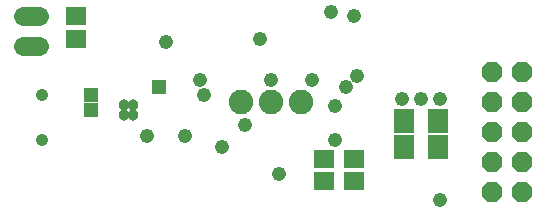
<source format=gbs>
G75*
%MOIN*%
%OFA0B0*%
%FSLAX24Y24*%
%IPPOS*%
%LPD*%
%AMOC8*
5,1,8,0,0,1.08239X$1,22.5*
%
%ADD10R,0.0710X0.0790*%
%ADD11OC8,0.0680*%
%ADD12C,0.0640*%
%ADD13R,0.0671X0.0592*%
%ADD14C,0.0380*%
%ADD15C,0.0820*%
%ADD16C,0.0415*%
%ADD17C,0.0476*%
%ADD18R,0.0476X0.0476*%
D10*
X015420Y005870D03*
X016539Y005870D03*
X016539Y006745D03*
X015420Y006745D03*
D11*
X018355Y006370D03*
X019355Y006370D03*
X019355Y005370D03*
X018355Y005370D03*
X018355Y004370D03*
X019355Y004370D03*
X019355Y007370D03*
X018355Y007370D03*
X018355Y008370D03*
X019355Y008370D03*
D12*
X003260Y009245D02*
X002700Y009245D01*
X002700Y010245D02*
X003260Y010245D01*
D13*
X004480Y010244D03*
X004480Y009496D03*
X012730Y005494D03*
X013730Y005494D03*
X013730Y004746D03*
X012730Y004746D03*
D14*
X006390Y006960D03*
X006070Y006960D03*
X006070Y007280D03*
X006390Y007280D03*
D15*
X009980Y007370D03*
X010980Y007370D03*
X011980Y007370D03*
D16*
X003346Y007618D03*
X003346Y006122D03*
D17*
X009355Y005870D03*
X010105Y006620D03*
X008730Y007620D03*
X008605Y008120D03*
X007480Y009370D03*
X010605Y009495D03*
X010980Y008120D03*
X012355Y008120D03*
X013480Y007870D03*
X013855Y008245D03*
X013105Y007245D03*
X013105Y006120D03*
X011230Y004995D03*
X008105Y006245D03*
X006855Y006245D03*
X012980Y010370D03*
X013730Y010245D03*
X015355Y007495D03*
X015980Y007495D03*
X016605Y007495D03*
X016605Y004120D03*
D18*
X007230Y007870D03*
X004980Y007620D03*
X004980Y007120D03*
M02*

</source>
